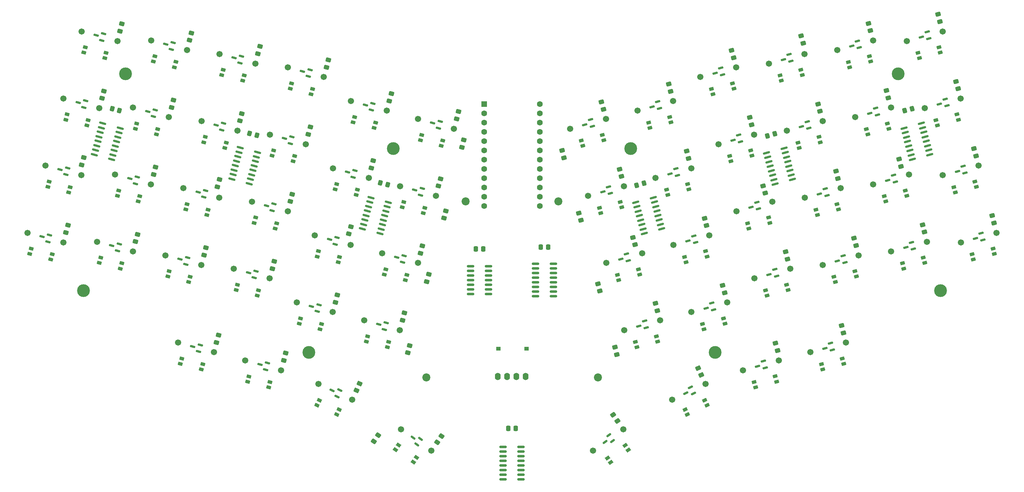
<source format=gbs>
G04 #@! TF.GenerationSoftware,KiCad,Pcbnew,9.0.7*
G04 #@! TF.CreationDate,2026-02-21T16:52:39+09:00*
G04 #@! TF.ProjectId,TrueStrike56,54727565-5374-4726-996b-6535362e6b69,rev?*
G04 #@! TF.SameCoordinates,Original*
G04 #@! TF.FileFunction,Soldermask,Bot*
G04 #@! TF.FilePolarity,Negative*
%FSLAX46Y46*%
G04 Gerber Fmt 4.6, Leading zero omitted, Abs format (unit mm)*
G04 Created by KiCad (PCBNEW 9.0.7) date 2026-02-21 16:52:39*
%MOMM*%
%LPD*%
G01*
G04 APERTURE LIST*
G04 Aperture macros list*
%AMRoundRect*
0 Rectangle with rounded corners*
0 $1 Rounding radius*
0 $2 $3 $4 $5 $6 $7 $8 $9 X,Y pos of 4 corners*
0 Add a 4 corners polygon primitive as box body*
4,1,4,$2,$3,$4,$5,$6,$7,$8,$9,$2,$3,0*
0 Add four circle primitives for the rounded corners*
1,1,$1+$1,$2,$3*
1,1,$1+$1,$4,$5*
1,1,$1+$1,$6,$7*
1,1,$1+$1,$8,$9*
0 Add four rect primitives between the rounded corners*
20,1,$1+$1,$2,$3,$4,$5,0*
20,1,$1+$1,$4,$5,$6,$7,0*
20,1,$1+$1,$6,$7,$8,$9,0*
20,1,$1+$1,$8,$9,$2,$3,0*%
%AMRotRect*
0 Rectangle, with rotation*
0 The origin of the aperture is its center*
0 $1 length*
0 $2 width*
0 $3 Rotation angle, in degrees counterclockwise*
0 Add horizontal line*
21,1,$1,$2,0,0,$3*%
G04 Aperture macros list end*
%ADD10RoundRect,0.150000X-0.528659X-0.296945X0.606304X0.007167X0.528659X0.296945X-0.606304X-0.007167X0*%
%ADD11C,1.701800*%
%ADD12RoundRect,0.150000X-0.606304X0.007167X0.528659X-0.296945X0.606304X-0.007167X-0.528659X0.296945X0*%
%ADD13C,3.500000*%
%ADD14C,2.200000*%
%ADD15O,1.600000X2.000000*%
%ADD16RoundRect,0.150000X-0.395215X-0.459849X0.567288X0.214103X0.395215X0.459849X-0.567288X-0.214103X0*%
%ADD17RoundRect,0.150000X-0.595849X0.112342X0.469063X-0.384234X0.595849X-0.112342X-0.469063X0.384234X0*%
%ADD18RoundRect,0.150000X-0.567288X0.214103X0.395215X-0.459849X0.567288X-0.214103X-0.395215X0.459849X0*%
%ADD19C,1.600000*%
%ADD20R,1.600000X1.600000*%
%ADD21RoundRect,0.150000X-0.469063X-0.384234X0.595849X0.112342X0.469063X0.384234X-0.595849X-0.112342X0*%
%ADD22RoundRect,0.250000X-0.371463X0.448939X-0.546166X-0.203061X0.371463X-0.448939X0.546166X0.203061X0*%
%ADD23RotRect,1.250000X0.900000X195.000000*%
%ADD24RotRect,1.250000X0.900000X25.000000*%
%ADD25RotRect,1.240000X0.900000X25.000000*%
%ADD26RoundRect,0.250000X-0.546166X0.203061X-0.371463X-0.448939X0.546166X-0.203061X0.371463X0.448939X0*%
%ADD27RoundRect,0.250000X-0.337500X-0.475000X0.337500X-0.475000X0.337500X0.475000X-0.337500X0.475000X0*%
%ADD28RotRect,1.250000X0.900000X15.000000*%
%ADD29RotRect,1.240000X0.900000X15.000000*%
%ADD30RotRect,1.250000X0.900000X165.000000*%
%ADD31RoundRect,0.250000X-0.448939X-0.371463X0.203061X-0.546166X0.448939X0.371463X-0.203061X0.546166X0*%
%ADD32RotRect,1.250000X0.900000X345.000000*%
%ADD33RotRect,1.240000X0.900000X345.000000*%
%ADD34RoundRect,0.250000X0.546166X-0.203061X0.371463X0.448939X-0.546166X0.203061X-0.371463X-0.448939X0*%
%ADD35RoundRect,0.250000X-0.203061X-0.546166X0.448939X-0.371463X0.203061X0.546166X-0.448939X0.371463X0*%
%ADD36RotRect,1.250000X0.900000X325.000000*%
%ADD37RotRect,1.240000X0.900000X325.000000*%
%ADD38RotRect,1.250000X0.900000X35.000000*%
%ADD39RotRect,1.240000X0.900000X35.000000*%
%ADD40R,1.250000X1.000000*%
%ADD41RoundRect,0.250000X0.195515X-0.548913X0.582679X0.004015X-0.195515X0.548913X-0.582679X-0.004015X0*%
%ADD42RoundRect,0.150000X0.835712X-0.068637X-0.758066X0.358415X-0.835712X0.068637X0.758066X-0.358415X0*%
%ADD43RoundRect,0.150000X0.758066X0.358415X-0.835712X-0.068637X-0.758066X-0.358415X0.835712X0.068637X0*%
%ADD44RoundRect,0.150000X0.825000X0.150000X-0.825000X0.150000X-0.825000X-0.150000X0.825000X-0.150000X0*%
%ADD45RotRect,1.250000X0.900000X335.000000*%
%ADD46RotRect,1.240000X0.900000X335.000000*%
%ADD47RoundRect,0.250000X-0.195515X0.548913X-0.582679X-0.004015X0.195515X-0.548913X0.582679X0.004015X0*%
%ADD48RoundRect,0.250000X-0.287863X0.506623X-0.573130X-0.105135X0.287863X-0.506623X0.573130X0.105135X0*%
%ADD49RoundRect,0.250000X-0.582679X0.004015X-0.195515X-0.548913X0.582679X-0.004015X0.195515X0.548913X0*%
%ADD50RoundRect,0.250000X-0.573130X0.105135X-0.287863X-0.506623X0.573130X-0.105135X0.287863X0.506623X0*%
G04 APERTURE END LIST*
D10*
X320729923Y-87479602D03*
X322786911Y-87911948D03*
X322295154Y-86076687D03*
D11*
X326542381Y-85922158D03*
X316728575Y-88551760D03*
D12*
X191171921Y-90155517D03*
X192737153Y-91558432D03*
X193228910Y-89723173D03*
D11*
X196984379Y-91712961D03*
X187170573Y-89083359D03*
D13*
X112014000Y-58293000D03*
D12*
X99003134Y-66116373D03*
X100568366Y-67519288D03*
X101060123Y-65684029D03*
D11*
X104815592Y-67673817D03*
X95001786Y-65044215D03*
D10*
X303482649Y-133517210D03*
X305539637Y-133949556D03*
X305047880Y-132114295D03*
D11*
X309295107Y-131959766D03*
X299481301Y-134589368D03*
D12*
X172771034Y-85225026D03*
X174336266Y-86627941D03*
X174828023Y-84792682D03*
D11*
X178583492Y-86782470D03*
X168769686Y-84152868D03*
D13*
X323596000Y-58293000D03*
X162179000Y-134620000D03*
D12*
X113130910Y-86994315D03*
X114696142Y-88397230D03*
X115187899Y-86561971D03*
D11*
X118943368Y-88551759D03*
X109129562Y-85922157D03*
D12*
X89142120Y-102918152D03*
X90707352Y-104321067D03*
X91199109Y-102485808D03*
D11*
X94954578Y-104475596D03*
X85140772Y-101845994D03*
D12*
X130378192Y-133031931D03*
X131943424Y-134434846D03*
X132435181Y-132599587D03*
D11*
X136190650Y-134589375D03*
X126376844Y-131959773D03*
D12*
X167840531Y-103625911D03*
X169405763Y-105028826D03*
X169897520Y-103193567D03*
D11*
X173652989Y-105183355D03*
X163839183Y-102553753D03*
D10*
X266020319Y-104111196D03*
X268077307Y-104543542D03*
X267585550Y-102708281D03*
D11*
X271832777Y-102553752D03*
X262018971Y-105183354D03*
D10*
X270950824Y-122512073D03*
X273007812Y-122944419D03*
X272516055Y-121109158D03*
D11*
X276763282Y-120954629D03*
X266949476Y-123584231D03*
D13*
X273431000Y-134620000D03*
D10*
X288201261Y-113288035D03*
X290258249Y-113720381D03*
X289766492Y-111885120D03*
D11*
X294013719Y-111730591D03*
X284199913Y-114360193D03*
D12*
X181310904Y-126957306D03*
X182876136Y-128360221D03*
X183367893Y-126524962D03*
D11*
X187123362Y-128514750D03*
X177309556Y-125885148D03*
D12*
X162910015Y-122026794D03*
X164475247Y-123429709D03*
X164967004Y-121594450D03*
D11*
X168722473Y-123584238D03*
X158908667Y-120954636D03*
D10*
X344718717Y-103403434D03*
X346775705Y-103835780D03*
X346283948Y-102000519D03*
D11*
X350531175Y-101845990D03*
X340717369Y-104475592D03*
D12*
X122991914Y-50192541D03*
X124557146Y-51595456D03*
X125048903Y-49760197D03*
D11*
X128804372Y-51749985D03*
X118990566Y-49120383D03*
D12*
X186241407Y-108556406D03*
X187806639Y-109959321D03*
X188298396Y-108124062D03*
D11*
X192053865Y-110113850D03*
X182240059Y-107484248D03*
D12*
X126930001Y-109098983D03*
X128495233Y-110501898D03*
X128986990Y-108666639D03*
D11*
X132742459Y-110656427D03*
X122928653Y-108026825D03*
D10*
X252549923Y-127442587D03*
X254606911Y-127874933D03*
X254115154Y-126039672D03*
D11*
X258362381Y-125885143D03*
X248548575Y-128514745D03*
D10*
X273409749Y-58085374D03*
X275466737Y-58517720D03*
X274974980Y-56682459D03*
D11*
X279222207Y-56527930D03*
X269408401Y-59157532D03*
D10*
X310868912Y-50677820D03*
X312925900Y-51110166D03*
X312434143Y-49274905D03*
D11*
X316681370Y-49120376D03*
X306867564Y-51749978D03*
D12*
X108200407Y-105395190D03*
X109765639Y-106798105D03*
X110257396Y-104962846D03*
D11*
X114012865Y-106952634D03*
X104199059Y-104323032D03*
D10*
X329927206Y-48200776D03*
X331984194Y-48633122D03*
X331492437Y-46797861D03*
D11*
X335739664Y-46643332D03*
X325925858Y-49272934D03*
D12*
X136791007Y-72297199D03*
X138356239Y-73700114D03*
X138847996Y-71864855D03*
D11*
X142603465Y-73854643D03*
X132789659Y-71225041D03*
D14*
X230535979Y-93206271D03*
D12*
X94072619Y-84517262D03*
X95637851Y-85920177D03*
X96129608Y-84084918D03*
D11*
X99885077Y-86074706D03*
X90071271Y-83445104D03*
D14*
X241330972Y-141466278D03*
D12*
X118061411Y-68593424D03*
X119626643Y-69996339D03*
X120118400Y-68161080D03*
D11*
X123873869Y-70150868D03*
X114060063Y-67521266D03*
D12*
X131860496Y-90698084D03*
X133425728Y-92100999D03*
X133917485Y-90265740D03*
D11*
X137672954Y-92255528D03*
X127859148Y-89625926D03*
D10*
X278340249Y-76486265D03*
X280397237Y-76918611D03*
X279905480Y-75083350D03*
D11*
X284152707Y-74928821D03*
X274338901Y-77558423D03*
D13*
X100457000Y-117729000D03*
D15*
X213898973Y-141271273D03*
X216438973Y-141271273D03*
X218978973Y-141271273D03*
X221518973Y-141271273D03*
D12*
X177701522Y-66824143D03*
X179266754Y-68227058D03*
X179758511Y-66391799D03*
D11*
X183513980Y-68381587D03*
X173700174Y-65751985D03*
D10*
X237758416Y-72239921D03*
X239815404Y-72672267D03*
X239323647Y-70837006D03*
D11*
X243570874Y-70682477D03*
X233757068Y-73312079D03*
D13*
X335153000Y-117729000D03*
X185293000Y-78740000D03*
D12*
X150591323Y-94397256D03*
X152156555Y-95800171D03*
X152648312Y-93964912D03*
D11*
X156403781Y-95954700D03*
X146589975Y-93325098D03*
D10*
X334857716Y-66601659D03*
X336914704Y-67034005D03*
X336422947Y-65198744D03*
D11*
X340670174Y-65044215D03*
X330856368Y-67673817D03*
D10*
X325660426Y-105880480D03*
X327717414Y-106312826D03*
X327225657Y-104477565D03*
D11*
X331472884Y-104323036D03*
X321659078Y-106952638D03*
D16*
X243292601Y-159208975D03*
X245373408Y-158911714D03*
X244283613Y-157355325D03*
D11*
X248287380Y-155711593D03*
X239964796Y-161539129D03*
D10*
X315799421Y-69078709D03*
X317856409Y-69511055D03*
X317364652Y-67675794D03*
D11*
X321611879Y-67521265D03*
X311798073Y-70150867D03*
D17*
X168582894Y-145072508D03*
X169880734Y-146725910D03*
X170683709Y-145003925D03*
D11*
X174036602Y-147615614D03*
X164828514Y-143321812D03*
D12*
X160452326Y-57595475D03*
X162017558Y-58998390D03*
X162509315Y-57163131D03*
D11*
X166264784Y-59152919D03*
X156450978Y-56523317D03*
D18*
X190712372Y-158041750D03*
X191703384Y-159895400D03*
X192793179Y-158339011D03*
D11*
X195707151Y-161539132D03*
X187384567Y-155711596D03*
D10*
X285081759Y-138447717D03*
X287138747Y-138880063D03*
X286646990Y-137044802D03*
D11*
X290894217Y-136890273D03*
X281080411Y-139519875D03*
D10*
X302000344Y-91183366D03*
X304057332Y-91615712D03*
X303565575Y-89780451D03*
D11*
X307812802Y-89625922D03*
X297998996Y-92255524D03*
D12*
X141721508Y-53896313D03*
X143286740Y-55299228D03*
X143778497Y-53463969D03*
D11*
X147533966Y-55453757D03*
X137720160Y-52824155D03*
D12*
X103933628Y-47715485D03*
X105498860Y-49118400D03*
X105990617Y-47283141D03*
D11*
X109746086Y-49272929D03*
X99932280Y-46643327D03*
D14*
X205135974Y-93206275D03*
D10*
X297069838Y-72782481D03*
X299126826Y-73214827D03*
X298635069Y-71379566D03*
D11*
X302882296Y-71225037D03*
X293068490Y-73854639D03*
D10*
X283270759Y-94887149D03*
X285327747Y-95319495D03*
X284835990Y-93484234D03*
D11*
X289083217Y-93329705D03*
X279269411Y-95959307D03*
D10*
X306930839Y-109584259D03*
X308987827Y-110016605D03*
X308496070Y-108181344D03*
D11*
X312743297Y-108026815D03*
X302929491Y-110656417D03*
D19*
X225455972Y-66536279D03*
X225455972Y-69076274D03*
X225455971Y-71616273D03*
X225455966Y-74156275D03*
X225455971Y-76696275D03*
X225455970Y-79236275D03*
X225455965Y-81776275D03*
X225455971Y-84316276D03*
X225455970Y-86856278D03*
X225455971Y-89396277D03*
X225455969Y-91936275D03*
X225455973Y-94476275D03*
X210215970Y-94476271D03*
X210215970Y-91936276D03*
X210215971Y-89396277D03*
X210215976Y-86856275D03*
X210215971Y-84316275D03*
X210215972Y-81776275D03*
X210215977Y-79236275D03*
X210215971Y-76696274D03*
X210215972Y-74156272D03*
X210215971Y-71616273D03*
X210215973Y-69076275D03*
D20*
X210215969Y-66536275D03*
D10*
X261089812Y-85710305D03*
X263146800Y-86142651D03*
X262655043Y-84307390D03*
D11*
X266902270Y-84152861D03*
X257088464Y-86782463D03*
D10*
X242688922Y-90640806D03*
X244745910Y-91073152D03*
X244254153Y-89237891D03*
D11*
X248501380Y-89083362D03*
X238687574Y-91712964D03*
D10*
X256159310Y-67309418D03*
X258216298Y-67741764D03*
X257724541Y-65906503D03*
D11*
X261971768Y-65751974D03*
X252157962Y-68381576D03*
D10*
X292139330Y-54381602D03*
X294196318Y-54813948D03*
X293704561Y-52978687D03*
D11*
X297951788Y-52824158D03*
X288137982Y-55453760D03*
D14*
X194340978Y-141466267D03*
D10*
X247619420Y-109041694D03*
X249676408Y-109474040D03*
X249184651Y-107638779D03*
D11*
X253431878Y-107484250D03*
X243618072Y-110113852D03*
D12*
X145660822Y-112798135D03*
X147226054Y-114201050D03*
X147717811Y-112365791D03*
D11*
X151473280Y-114355579D03*
X141659474Y-111725977D03*
D13*
X250317000Y-78740000D03*
D12*
X155521827Y-75996370D03*
X157087059Y-77399285D03*
X157578816Y-75564026D03*
D11*
X161334285Y-77553814D03*
X151520479Y-74924212D03*
D12*
X196102430Y-71754635D03*
X197667662Y-73157550D03*
X198159419Y-71322291D03*
D11*
X201914888Y-73312079D03*
X192101082Y-70682477D03*
D10*
X339788209Y-85002538D03*
X341845197Y-85434884D03*
X341353440Y-83599623D03*
D11*
X345600667Y-83445094D03*
X335786861Y-86074696D03*
D12*
X148779069Y-137962434D03*
X150344301Y-139365349D03*
X150836058Y-137530090D03*
D11*
X154591527Y-139519878D03*
X144777721Y-136890276D03*
D21*
X265389725Y-145864911D03*
X267490540Y-145933495D03*
X266687564Y-144211510D03*
D11*
X270843433Y-143321806D03*
X261635345Y-147615608D03*
D22*
X148251541Y-52775729D03*
X148788591Y-50771433D03*
D23*
X247490187Y-93442623D03*
X247878416Y-94891510D03*
X242131155Y-96431485D03*
X241742926Y-94982598D03*
X257351186Y-130244396D03*
X257739415Y-131693283D03*
X251992154Y-133233258D03*
X251603925Y-131784371D03*
D24*
X265845975Y-151664473D03*
D25*
X265207516Y-150307125D03*
D24*
X270604579Y-147790433D03*
X271238505Y-149149895D03*
D22*
X199155771Y-97839216D03*
X199692821Y-95834920D03*
D26*
X242853301Y-68004448D03*
X242316251Y-66000152D03*
D22*
X189261894Y-134763658D03*
X189798944Y-132759362D03*
D27*
X227763477Y-105779280D03*
X225688477Y-105779280D03*
D28*
X272851978Y-63876044D03*
D29*
X272458921Y-62428449D03*
D28*
X278211010Y-60887182D03*
X278599239Y-62336069D03*
D23*
X301871092Y-75584303D03*
X302259321Y-77033190D03*
X296512060Y-78573165D03*
X296123831Y-77124278D03*
D22*
X157120118Y-93281277D03*
X157657168Y-91276981D03*
D30*
X96829739Y-89344332D03*
X96441510Y-90793221D03*
X90694251Y-89253248D03*
X91082480Y-87804359D03*
D26*
X297540974Y-49884009D03*
X297003924Y-47879713D03*
X315963798Y-46442349D03*
X315426748Y-44438053D03*
X312025729Y-105348785D03*
X311488679Y-103344489D03*
X290528390Y-134117995D03*
X289991340Y-132113699D03*
D22*
X179301068Y-84104442D03*
X179838118Y-82100146D03*
D26*
X339952588Y-62366179D03*
X339415538Y-60361883D03*
D31*
X147932021Y-75150951D03*
X145927725Y-74613901D03*
D22*
X114730450Y-104274620D03*
X115267500Y-102270324D03*
X124591459Y-67472839D03*
X125128509Y-65468543D03*
D23*
X339658969Y-69403470D03*
X340047198Y-70852357D03*
X334299937Y-72392332D03*
X333911708Y-70943445D03*
D32*
X114683039Y-73329415D03*
D33*
X115066438Y-71879232D03*
D32*
X120818527Y-73420499D03*
X120430298Y-74869388D03*
D22*
X133460035Y-107978394D03*
X133997085Y-105974098D03*
X197701954Y-89034945D03*
X198239004Y-87030649D03*
D34*
X246004482Y-133250053D03*
X246541532Y-135254349D03*
X236143474Y-96448279D03*
X236680524Y-98452575D03*
D26*
X278504627Y-53849899D03*
X277967577Y-51845603D03*
D32*
X142281200Y-117538737D03*
D33*
X142664599Y-116088554D03*
D32*
X148416688Y-117629821D03*
X148028459Y-119078710D03*
D23*
X330461689Y-108682296D03*
X330849918Y-110131183D03*
X325102657Y-111671158D03*
X324714428Y-110222271D03*
D26*
X283435131Y-72250789D03*
X282898081Y-70246493D03*
D22*
X173143833Y-102176619D03*
X173680883Y-100172323D03*
D34*
X241336938Y-115830548D03*
X241873988Y-117834844D03*
D35*
X289777095Y-74736568D03*
X287772799Y-75273618D03*
D30*
X180458644Y-71651208D03*
X180070415Y-73100097D03*
X174323156Y-71560124D03*
X174711385Y-70111235D03*
D28*
X302924877Y-139307885D03*
D29*
X302531820Y-137860290D03*
D28*
X308283909Y-136319023D03*
X308672138Y-137767910D03*
D26*
X257644808Y-123207121D03*
X257107758Y-121202825D03*
D32*
X177932526Y-131693291D03*
D33*
X178315925Y-130243108D03*
D32*
X184068014Y-131784375D03*
X183679785Y-133233264D03*
D28*
X265462541Y-109901873D03*
D29*
X265069484Y-108454278D03*
D28*
X270821573Y-106913011D03*
X271209802Y-108361898D03*
D26*
X302164719Y-68547014D03*
X301627669Y-66542718D03*
D28*
X247061656Y-114832366D03*
D29*
X246668599Y-113384771D03*
D28*
X252420688Y-111843504D03*
X252808917Y-113292391D03*
D36*
X185930798Y-161293247D03*
D37*
X186787067Y-160061651D03*
D36*
X191665118Y-163477299D03*
X190804753Y-164706027D03*
D32*
X159531644Y-126762775D03*
D33*
X159915043Y-125312592D03*
D32*
X165667132Y-126853859D03*
X165278903Y-128302748D03*
D38*
X244814528Y-164795306D03*
D39*
X243950068Y-163569445D03*
D38*
X248828118Y-160153796D03*
X249688483Y-161382522D03*
D32*
X169392653Y-89961010D03*
D33*
X169776052Y-88510827D03*
D32*
X175528141Y-90052094D03*
X175139912Y-91500983D03*
D40*
X214087971Y-133592279D03*
X221837971Y-133592279D03*
D30*
X134617605Y-95525165D03*
X134229376Y-96974054D03*
X128482117Y-95434081D03*
X128870346Y-93985192D03*
D22*
X155309107Y-136841846D03*
X155846157Y-134837550D03*
D30*
X163208201Y-62427171D03*
X162819972Y-63876060D03*
X157072713Y-62336087D03*
X157460942Y-60887198D03*
D28*
X255601533Y-73100095D03*
D29*
X255208476Y-71652500D03*
D28*
X260960565Y-70111233D03*
X261348794Y-71560120D03*
D26*
X287138898Y-90980374D03*
X286601848Y-88976078D03*
D28*
X301442564Y-96974049D03*
D29*
X301049507Y-95526454D03*
D28*
X306801596Y-93985187D03*
X307189825Y-95434074D03*
D23*
X293002514Y-116089843D03*
X293390743Y-117538730D03*
X287643482Y-119078705D03*
X287255253Y-117629818D03*
D32*
X123551617Y-113834967D03*
D33*
X123935016Y-112384784D03*
D32*
X129687105Y-113926051D03*
X129298876Y-115374940D03*
D26*
X349813600Y-99167960D03*
X349276550Y-97163664D03*
D41*
X181192665Y-157373455D03*
X180002493Y-159073195D03*
D22*
X119660955Y-85873732D03*
X120198005Y-83869436D03*
D32*
X145400684Y-142698425D03*
D33*
X145784083Y-141248242D03*
D32*
X151536172Y-142789509D03*
X151147943Y-144238398D03*
D42*
X105732354Y-71863865D03*
X105403654Y-73090590D03*
X105074954Y-74317316D03*
X104746254Y-75544042D03*
X104417553Y-76770768D03*
X104088853Y-77997495D03*
X103760153Y-79224219D03*
X103431453Y-80450945D03*
X108212786Y-81732099D03*
X108541486Y-80505374D03*
X108870186Y-79278648D03*
X109198886Y-78051922D03*
X109527587Y-76825196D03*
X109856287Y-75598469D03*
X110184987Y-74371745D03*
X110513687Y-73145019D03*
D31*
X183747691Y-88692135D03*
X181743395Y-88155085D03*
D23*
X265891070Y-88512125D03*
X266279299Y-89961012D03*
X260532038Y-91500987D03*
X260143809Y-90052100D03*
D30*
X115888030Y-91821381D03*
X115499801Y-93270270D03*
X109752542Y-91730297D03*
X110140771Y-90281408D03*
D32*
X104822032Y-110131186D03*
D33*
X105205431Y-108681003D03*
D32*
X110957520Y-110222270D03*
X110569291Y-111671159D03*
D26*
X251487585Y-105134921D03*
X250950535Y-103130625D03*
D22*
X194488227Y-115258724D03*
X195025277Y-113254428D03*
X204103894Y-78391208D03*
X204640944Y-76386912D03*
D30*
X170597638Y-108452970D03*
X170209409Y-109901859D03*
X164462150Y-108361886D03*
X164850379Y-106912997D03*
D26*
X247783805Y-86405341D03*
X247246755Y-84401045D03*
D43*
X251719048Y-93480393D03*
X252047748Y-94707119D03*
X252376448Y-95933843D03*
X252705148Y-97160570D03*
X253033849Y-98387296D03*
X253362549Y-99614022D03*
X253691249Y-100840747D03*
X254019948Y-102067473D03*
X258801282Y-100786319D03*
X258472582Y-99559593D03*
X258143882Y-98332869D03*
X257815182Y-97106142D03*
X257486481Y-95879416D03*
X257157781Y-94652690D03*
X256829081Y-93425965D03*
X256500382Y-92199239D03*
D26*
X320894304Y-64843239D03*
X320357254Y-62838943D03*
X307095214Y-86947899D03*
X306558164Y-84943603D03*
D27*
X218873477Y-155436281D03*
X216798477Y-155436281D03*
D26*
X271115199Y-99875720D03*
X270578149Y-97871424D03*
D22*
X129521940Y-49071953D03*
X130058990Y-47067657D03*
D23*
X349519976Y-106205232D03*
X349908205Y-107654119D03*
X344160944Y-109194094D03*
X343772715Y-107745207D03*
D28*
X339230441Y-90793214D03*
D29*
X338837384Y-89345619D03*
D28*
X344589473Y-87804352D03*
X344977702Y-89253239D03*
X320172151Y-93270277D03*
D29*
X319779094Y-91822682D03*
D28*
X325531183Y-90281415D03*
X325919412Y-91730302D03*
D22*
X105533163Y-64995788D03*
X106070213Y-62991492D03*
D32*
X152142218Y-80736961D03*
D33*
X152525617Y-79286778D03*
D32*
X158277706Y-80828045D03*
X157889477Y-82276934D03*
D23*
X311732099Y-112386068D03*
X312120328Y-113834955D03*
X306373067Y-115374930D03*
X305984838Y-113926043D03*
D44*
X206470980Y-110986274D03*
X206470980Y-112256274D03*
X206470980Y-113526274D03*
X206470980Y-114796274D03*
X206470980Y-116066274D03*
X206470980Y-117336274D03*
X206470980Y-118606274D03*
X211420980Y-118606274D03*
X211420980Y-117336274D03*
X211420980Y-116066274D03*
X211420980Y-114796274D03*
X211420980Y-113526274D03*
X211420980Y-112256274D03*
X211420980Y-110986274D03*
D22*
X162050630Y-74880396D03*
X162587680Y-72876100D03*
D28*
X237200647Y-78030590D03*
D29*
X236807590Y-76582995D03*
D28*
X242559679Y-75041728D03*
X242947908Y-76490615D03*
D26*
X324336455Y-83642922D03*
X323799405Y-81638626D03*
X293296138Y-109052566D03*
X292759088Y-107048270D03*
D30*
X125749029Y-55019603D03*
X125360800Y-56468492D03*
X119613541Y-54928519D03*
X120001770Y-53479630D03*
D23*
X275752079Y-125313893D03*
X276140308Y-126762780D03*
X270393047Y-128302755D03*
X270004818Y-126853868D03*
D27*
X209983473Y-106287274D03*
X207908473Y-106287274D03*
D44*
X215360973Y-160516268D03*
X215360973Y-161786268D03*
X215360973Y-163056268D03*
X215360973Y-164326268D03*
X215360973Y-165596268D03*
X215360973Y-166866268D03*
X215360973Y-168136268D03*
X215360973Y-169406268D03*
X220310973Y-169406268D03*
X220310973Y-168136268D03*
X220310973Y-166866268D03*
X220310973Y-165596268D03*
X220310973Y-164326268D03*
X220310973Y-163056268D03*
X220310973Y-161786268D03*
X220310973Y-160516268D03*
D22*
X152189612Y-111682166D03*
X152726662Y-109677870D03*
D26*
X330755316Y-101645006D03*
X330218266Y-99640710D03*
D22*
X143321034Y-71176608D03*
X143858084Y-69172312D03*
D32*
X126999816Y-137767921D03*
D33*
X127383215Y-136317738D03*
D32*
X133135304Y-137859005D03*
X132747075Y-139307894D03*
X85763745Y-107654132D03*
D33*
X86147144Y-106203949D03*
D32*
X91899233Y-107745216D03*
X91511004Y-109194105D03*
D45*
X164433442Y-149149901D03*
D46*
X165062836Y-147788326D03*
D45*
X170459898Y-150305017D03*
X169825972Y-151664479D03*
D47*
X197297390Y-159268035D03*
X198487562Y-157568295D03*
D30*
X188998513Y-113383484D03*
X188610284Y-114832373D03*
X182863025Y-113292400D03*
X183251254Y-111843511D03*
D42*
X143388757Y-78535392D03*
X143060057Y-79762117D03*
X142731357Y-80988843D03*
X142402657Y-82215569D03*
X142073956Y-83442295D03*
X141745256Y-84669022D03*
X141416556Y-85895746D03*
X141087856Y-87122472D03*
X145869189Y-88403626D03*
X146197889Y-87176901D03*
X146526589Y-85950175D03*
X146855289Y-84723449D03*
X147183990Y-83496723D03*
X147512690Y-82269996D03*
X147841390Y-81043272D03*
X148170090Y-79816546D03*
D28*
X284511892Y-144193198D03*
D29*
X284118835Y-142745603D03*
D28*
X289870924Y-141204336D03*
X290259153Y-142653223D03*
D43*
X287534725Y-79939212D03*
X287863425Y-81165938D03*
X288192125Y-82392662D03*
X288520825Y-83619389D03*
X288849526Y-84846115D03*
X289178226Y-86072841D03*
X289506926Y-87299566D03*
X289835625Y-88526292D03*
X294616959Y-87245138D03*
X294288259Y-86018412D03*
X293959559Y-84791688D03*
X293630859Y-83564961D03*
X293302158Y-82338235D03*
X292973458Y-81111509D03*
X292644758Y-79884784D03*
X292316059Y-78658058D03*
D26*
X261254195Y-63073941D03*
X260717145Y-61069645D03*
X344883093Y-80767069D03*
X344346043Y-78762773D03*
D48*
X175208304Y-145102878D03*
X176085236Y-143222290D03*
D28*
X310311139Y-56468496D03*
D29*
X309918082Y-55020901D03*
D28*
X315670171Y-53479634D03*
X316058400Y-54928521D03*
D22*
X110463675Y-46594904D03*
X111000725Y-44590608D03*
D30*
X106690746Y-52542551D03*
X106302517Y-53991440D03*
X100555258Y-52451467D03*
X100943487Y-51002578D03*
D28*
X282712982Y-100677817D03*
D29*
X282319925Y-99230222D03*
D28*
X288072014Y-97688955D03*
X288460243Y-99137842D03*
D42*
X179171564Y-92199246D03*
X178842864Y-93425971D03*
X178514164Y-94652697D03*
X178185464Y-95879423D03*
X177856763Y-97106149D03*
X177528063Y-98332876D03*
X177199363Y-99559600D03*
X176870663Y-100786326D03*
X181651996Y-102067480D03*
X181980696Y-100840755D03*
X182309396Y-99614029D03*
X182638096Y-98387303D03*
X182966797Y-97160577D03*
X183295497Y-95933850D03*
X183624197Y-94707126D03*
X183952897Y-93480400D03*
D22*
X137163807Y-89248810D03*
X137700857Y-87244514D03*
X166981132Y-56479506D03*
X167518182Y-54475210D03*
D28*
X291581564Y-60172274D03*
D29*
X291188507Y-58724679D03*
D28*
X296940596Y-57183412D03*
X297328825Y-58632299D03*
D34*
X231541674Y-79274117D03*
X232078724Y-81278413D03*
D43*
X325158253Y-73145022D03*
X325486953Y-74371748D03*
X325815653Y-75598472D03*
X326144353Y-76825199D03*
X326473054Y-78051925D03*
X326801754Y-79278651D03*
X327130454Y-80505376D03*
X327459153Y-81732102D03*
X332240487Y-80450948D03*
X331911787Y-79224222D03*
X331583087Y-77997498D03*
X331254387Y-76770771D03*
X330925686Y-75544045D03*
X330596986Y-74317319D03*
X330268286Y-73090594D03*
X329939587Y-71863868D03*
D22*
X202632447Y-70634048D03*
X203169497Y-68629752D03*
X187840944Y-125836707D03*
X188377994Y-123832411D03*
D23*
X283141513Y-79288069D03*
X283529742Y-80736956D03*
X277782481Y-82276931D03*
X277394252Y-80828044D03*
D49*
X246697145Y-153440496D03*
X245506973Y-151740756D03*
D22*
X184231568Y-65703550D03*
X184768618Y-63699254D03*
X136908222Y-131911341D03*
X137445272Y-129907045D03*
D31*
X110308500Y-68356759D03*
X108304204Y-67819709D03*
D26*
X266184696Y-81474832D03*
X265647646Y-79470536D03*
D22*
X192771443Y-107435826D03*
X193308493Y-105431530D03*
D32*
X133412629Y-77033187D03*
D33*
X133796028Y-75583004D03*
D32*
X139548117Y-77124271D03*
X139159888Y-78573160D03*
D22*
X99989293Y-83232323D03*
X100526343Y-81228027D03*
D30*
X153347199Y-99228938D03*
X152958970Y-100677827D03*
X147211711Y-99137854D03*
X147599940Y-97688965D03*
D32*
X187793536Y-94891513D03*
D33*
X188176935Y-93441330D03*
D32*
X193929024Y-94982597D03*
X193540795Y-96431486D03*
D26*
X276045698Y-118276615D03*
X275508648Y-116272319D03*
D35*
X253961416Y-88277744D03*
X251957120Y-88814794D03*
D22*
X95672160Y-101797571D03*
X96209210Y-99793275D03*
D44*
X224250976Y-110351276D03*
X224250976Y-111621276D03*
X224250976Y-112891276D03*
X224250976Y-114161276D03*
X224250976Y-115431276D03*
X224250976Y-116701276D03*
X224250976Y-117971276D03*
X224250976Y-119241276D03*
X229200976Y-119241276D03*
X229200976Y-117971276D03*
X229200976Y-116701276D03*
X229200976Y-115431276D03*
X229200976Y-114161276D03*
X229200976Y-112891276D03*
X229200976Y-111621276D03*
X229200976Y-110351276D03*
D30*
X144478615Y-58723392D03*
X144090386Y-60172281D03*
X138343127Y-58632308D03*
X138731356Y-57183419D03*
D26*
X308577539Y-129281739D03*
X308040489Y-127277443D03*
D23*
X320600679Y-71880520D03*
X320988908Y-73329407D03*
X315241647Y-74869382D03*
X314853418Y-73420495D03*
D35*
X327367748Y-67819709D03*
X325363452Y-68356759D03*
D26*
X335022083Y-43965297D03*
X334485033Y-41961001D03*
D32*
X95624750Y-70852353D03*
D33*
X96008149Y-69402170D03*
D32*
X101760238Y-70943437D03*
X101372009Y-72392326D03*
D28*
X329369433Y-53991440D03*
D29*
X328976376Y-52543845D03*
D28*
X334728465Y-51002578D03*
X335116694Y-52451465D03*
D30*
X198859520Y-76581701D03*
X198471291Y-78030590D03*
X192724032Y-76490617D03*
X193112261Y-75041728D03*
D22*
X169440058Y-120906207D03*
X169977108Y-118901911D03*
D50*
X269671729Y-140809066D03*
X268794797Y-138928478D03*
M02*

</source>
